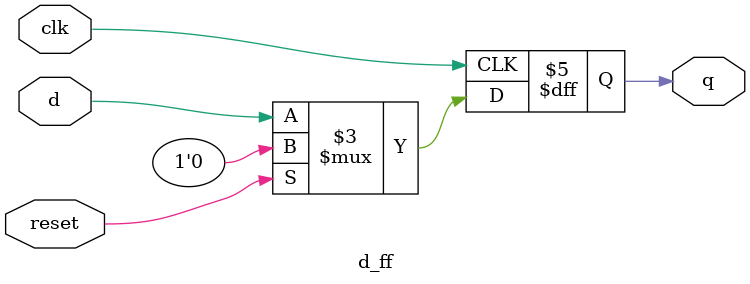
<source format=v>
module d_ff(d, clk, reset, q);

input d, clk, reset;
output q;
wire d, clk, reset;
reg q;

always @(posedge clk)
begin
    if (reset) q <= 1'b0;
    else q <= d;
end

endmodule

</source>
